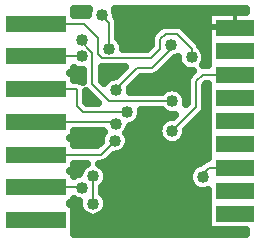
<source format=gbl>
G04 DipTrace 3.3.1.1*
G04 Bottom.gbl*
%MOIN*%
G04 #@! TF.FileFunction,Copper,L2,Bot*
G04 #@! TF.Part,Single*
G04 #@! TA.AperFunction,Conductor*
%ADD13C,0.008*%
%ADD14C,0.017*%
G04 #@! TA.AperFunction,CopperBalancing*
%ADD15C,0.025*%
%ADD16C,0.013*%
%ADD17R,0.2X0.0545*%
%ADD23R,0.125X0.055*%
G04 #@! TA.AperFunction,ViaPad*
%ADD25C,0.04*%
%FSLAX26Y26*%
G04*
G70*
G90*
G75*
G01*
G04 Bottom*
%LPD*%
X949950Y1062450D2*
D13*
Y1049950D1*
X887450Y987450D1*
X837450D1*
X761960Y911960D1*
X765818D1*
X743700Y1049949D2*
Y1137449D1*
X718700Y1162449D1*
X896527Y553629D2*
D14*
X816594Y473696D1*
X720302D1*
X1162451Y1118700D2*
Y1124950D1*
X899950D1*
X862450Y1087450D1*
X765818Y800503D2*
D13*
X759926Y806396D1*
X500095D1*
Y1024396D2*
X651838D1*
Y1024397D1*
Y586944D2*
X650386Y588396D1*
X500095D1*
X689310Y624417D2*
Y533952D1*
X762451Y743700D2*
X716146Y697396D1*
X500095D1*
X803291Y837976D2*
X656830D1*
X635838Y858968D1*
Y915396D1*
X500095D1*
X651838Y1078952D2*
X645948D1*
X687450Y1037450D1*
Y931200D1*
X743682Y874968D1*
X953452D1*
X1017787Y1021798D2*
Y1018700D1*
X500095Y1133396D2*
X660254D1*
X706200Y1087450D1*
Y1031200D1*
X718700Y1018700D1*
X881200D1*
X912450Y1049950D1*
Y1081200D1*
X931200Y1099950D1*
X968700D1*
X1017787Y1050863D1*
Y1021798D1*
X1162451Y499144D2*
X1149951D1*
X1162451Y576588D2*
X1149951D1*
X1054456Y622645D2*
Y634033D1*
X1074456Y654033D1*
X1162451D1*
X953452Y775972D2*
X1033791Y856310D1*
Y942818D1*
X1054783Y963810D1*
X1162451D1*
Y1041255D2*
Y1041256D1*
X1149951D1*
X1187451Y737449D2*
X1168423D1*
X1162451Y731477D1*
X1124951Y806200D2*
X1159729D1*
X1162451Y808922D1*
D25*
X1124951Y806200D3*
X1187451Y737449D3*
X743700Y1049949D3*
X718700Y1162449D3*
X765818Y911960D3*
X949950Y1062450D3*
X720302Y473696D3*
X896527Y553629D3*
X765818Y800503D3*
X651838Y1024397D3*
Y586944D3*
X689310Y533952D3*
Y624417D3*
X762451Y743700D3*
X803291Y837976D3*
X953452Y874968D3*
X651838Y1078952D3*
X1017787Y1021798D3*
X1149951Y499144D3*
Y576588D3*
X1054456Y622645D3*
X953452Y775972D3*
X1149951Y1041256D3*
X862450Y1087450D3*
X770168Y1156331D2*
D15*
X1070937D1*
X776699Y1131462D2*
X1070937D1*
X776699Y1106594D2*
X892198D1*
X1007685D2*
X1070937D1*
X780144Y1081725D2*
X879459D1*
X1032553D2*
X1070937D1*
X792201Y1056856D2*
X873717D1*
X1050818D2*
X1070937D1*
X952746Y1007119D2*
X971179D1*
X720432Y982250D2*
X786626D1*
X927879D2*
X990843D1*
X629107Y957381D2*
X654465D1*
X720432D2*
X753362D1*
X895045D2*
X1004479D1*
X828157Y932512D2*
X1000783D1*
X814628Y907644D2*
X917855D1*
X989025D2*
X1000783D1*
X668831Y882775D2*
X690242D1*
X852020Y833037D2*
X930845D1*
X1056165D2*
X1070937D1*
X841470Y808169D2*
X917388D1*
X1031297D2*
X1070937D1*
X811506Y783300D2*
X905044D1*
X1006429D2*
X1070937D1*
X629107Y758431D2*
X715863D1*
X809066D2*
X907879D1*
X999001D2*
X1070937D1*
X629107Y733562D2*
X706676D1*
X810322D2*
X931886D1*
X975031D2*
X1070937D1*
X795574Y708693D2*
X1070937D1*
X748207Y683825D2*
X1065411D1*
X629107Y658956D2*
X655685D1*
X722944D2*
X1022924D1*
X629107Y634087D2*
X641331D1*
X737298D2*
X1006884D1*
X735755Y609218D2*
X1007422D1*
X722298Y584350D2*
X1025579D1*
X730659Y559481D2*
X1070937D1*
X614969Y534612D2*
X640327D1*
X738303D2*
X1070937D1*
X629107Y509743D2*
X647109D1*
X731520D2*
X1070937D1*
X629107Y484875D2*
X1070937D1*
X629107Y460006D2*
X1070937D1*
X629107Y435137D2*
X1197464D1*
X612476Y533146D2*
X626595D1*
Y431214D1*
X1199970Y431200D1*
X1199951Y445147D1*
X1073451Y445143D1*
Y580182D1*
X1065311Y577430D1*
X1058104Y576288D1*
X1050808D1*
X1043601Y577430D1*
X1036661Y579684D1*
X1030160Y582997D1*
X1024257Y587286D1*
X1019097Y592446D1*
X1014808Y598349D1*
X1011496Y604850D1*
X1009241Y611790D1*
X1008099Y618997D1*
Y626293D1*
X1009241Y633500D1*
X1011496Y640440D1*
X1014808Y646941D1*
X1019097Y652844D1*
X1024257Y658004D1*
X1030160Y662293D1*
X1036661Y665605D1*
X1043601Y667860D1*
X1045881Y668592D1*
X1054648Y677226D1*
X1058520Y680039D1*
X1062784Y682212D1*
X1067336Y683691D1*
X1072072Y684440D1*
X1073451Y686663D1*
Y933314D1*
X1067393Y933310D1*
X1064291Y924445D1*
X1064197Y853917D1*
X1063448Y849190D1*
X1061969Y844638D1*
X1059796Y840374D1*
X1056983Y836502D1*
X1003392Y782778D1*
X999814Y779200D1*
X999809Y772323D1*
X998667Y765116D1*
X996412Y758177D1*
X993100Y751675D1*
X988811Y745772D1*
X983651Y740613D1*
X977748Y736324D1*
X971247Y733011D1*
X964307Y730756D1*
X957100Y729615D1*
X949804D1*
X942597Y730756D1*
X935657Y733011D1*
X929156Y736324D1*
X923253Y740613D1*
X918093Y745772D1*
X913804Y751675D1*
X910492Y758177D1*
X908237Y765116D1*
X907095Y772323D1*
Y779620D1*
X908237Y786827D1*
X910492Y793766D1*
X913804Y800268D1*
X918093Y806171D1*
X923253Y811331D1*
X929156Y815619D1*
X935657Y818932D1*
X942597Y821187D1*
X949804Y822328D1*
X956687Y822345D1*
X964034Y829687D1*
X957100Y828611D1*
X949804D1*
X942597Y829753D1*
X935657Y832007D1*
X929156Y835320D1*
X923253Y839609D1*
X918374Y844465D1*
X849352Y844468D1*
X849791Y837976D1*
X849218Y830701D1*
X847515Y823606D1*
X844722Y816865D1*
X840910Y810644D1*
X836171Y805095D1*
X830623Y800356D1*
X824401Y796544D1*
X817660Y793751D1*
X811586Y792251D1*
X810042Y786134D1*
X807250Y779393D1*
X803437Y773171D1*
X800838Y769937D1*
X803882Y764811D1*
X806675Y758069D1*
X808378Y750974D1*
X808951Y743700D1*
X808378Y736426D1*
X806675Y729331D1*
X803882Y722589D1*
X800070Y716368D1*
X795331Y710820D1*
X789783Y706081D1*
X783561Y702268D1*
X776820Y699476D1*
X769725Y697772D1*
X762451Y697200D1*
X759216Y697327D1*
X735954Y674203D1*
X732082Y671390D1*
X727818Y669217D1*
X723266Y667738D1*
X718539Y666989D1*
X708216Y666895D1*
X713606Y664064D1*
X719510Y659775D1*
X724669Y654616D1*
X728958Y648713D1*
X732271Y642211D1*
X734525Y635272D1*
X735667Y628065D1*
Y620768D1*
X734525Y613561D1*
X732271Y606622D1*
X728958Y600120D1*
X724669Y594217D1*
X719813Y589338D1*
X719810Y569047D1*
X724669Y564151D1*
X728958Y558248D1*
X732271Y551747D1*
X734525Y544807D1*
X735667Y537600D1*
Y530304D1*
X734525Y523097D1*
X732271Y516157D1*
X728958Y509656D1*
X724669Y503753D1*
X719510Y498593D1*
X713606Y494304D1*
X707105Y490992D1*
X700165Y488737D1*
X692959Y487595D1*
X685662D1*
X678455Y488737D1*
X671515Y490992D1*
X665014Y494304D1*
X659111Y498593D1*
X653951Y503753D1*
X649662Y509656D1*
X646350Y516157D1*
X644095Y523097D1*
X642954Y530304D1*
Y537600D1*
X643381Y541212D1*
X637469Y542720D1*
X630727Y545512D1*
X626605Y547922D1*
X626595Y534646D1*
X612421D1*
X612476Y642146D2*
X626595D1*
Y625962D1*
X630727Y628376D1*
X637469Y631168D1*
X643542Y632668D1*
X645086Y638786D1*
X647878Y645527D1*
X651691Y651749D1*
X656430Y657297D1*
X661978Y662036D1*
X668200Y665848D1*
X670214Y666895D1*
X626615D1*
X626595Y643645D1*
X612421D1*
X612451Y642124D1*
X612476Y751145D2*
X626595D1*
Y727928D1*
X703522Y727896D1*
X716071Y740454D1*
X716094Y747348D1*
X717235Y754555D1*
X719490Y761495D1*
X722803Y767996D1*
X727431Y774266D1*
X723180Y775896D1*
X626616D1*
X626595Y752645D1*
X612421D1*
X612476Y969145D2*
X626595D1*
Y945928D1*
X638231Y945802D1*
X642958Y945053D1*
X647510Y943574D1*
X651774Y941401D1*
X655653Y938582D1*
X656950Y940386D1*
Y978172D1*
X651838Y977897D1*
X644564Y978469D1*
X637469Y980173D1*
X630727Y982965D1*
X626605Y985375D1*
X626595Y970645D1*
X612421D1*
X626595Y1181225D2*
Y1163928D1*
X662647Y1163802D1*
X667375Y1163053D1*
X671935Y1161570D1*
X672343Y1166098D1*
X673485Y1173305D1*
X675740Y1180244D1*
X676175Y1181190D1*
X626570Y1181200D1*
X774203Y1085027D2*
X779059Y1080149D1*
X783348Y1074246D1*
X786660Y1067744D1*
X788915Y1060805D1*
X790057Y1053598D1*
X790170Y1049194D1*
X868588Y1049200D1*
X881937Y1062570D1*
X882044Y1083593D1*
X882793Y1088320D1*
X884272Y1092872D1*
X886444Y1097136D1*
X889258Y1101008D1*
X909633Y1121517D1*
X913273Y1124625D1*
X917353Y1127126D1*
X921775Y1128957D1*
X926429Y1130075D1*
X931200Y1130450D1*
X971093Y1130356D1*
X975820Y1129607D1*
X980372Y1128128D1*
X984636Y1125956D1*
X988508Y1123142D1*
X1039353Y1072430D1*
X1042462Y1068791D1*
X1044962Y1064710D1*
X1046794Y1060288D1*
X1047986Y1057157D1*
X1053145Y1051998D1*
X1057434Y1046095D1*
X1060747Y1039593D1*
X1063002Y1032654D1*
X1064143Y1025447D1*
Y1018150D1*
X1063002Y1010943D1*
X1060747Y1004004D1*
X1057434Y997502D1*
X1055291Y994321D1*
X1073478Y994310D1*
X1073451Y1172700D1*
X1199957D1*
X1199951Y1181203D1*
X761279Y1181200D1*
X763915Y1173305D1*
X765057Y1166098D1*
X765073Y1159214D1*
X768375Y1155377D1*
X770876Y1151296D1*
X772707Y1146874D1*
X773825Y1142221D1*
X774200Y1137440D1*
Y1085023D1*
X812175Y908311D2*
X811838Y905465D1*
X918331Y905468D1*
X923253Y910327D1*
X929156Y914615D1*
X935657Y917928D1*
X942597Y920183D1*
X949804Y921324D1*
X957100D1*
X964307Y920183D1*
X971247Y917928D1*
X977748Y914615D1*
X983651Y910327D1*
X988811Y905167D1*
X993100Y899264D1*
X996412Y892762D1*
X998667Y885823D1*
X999809Y878616D1*
Y871319D1*
X998720Y864378D1*
X1003290Y883869D1*
X1003384Y945211D1*
X1004133Y949938D1*
X1005612Y954490D1*
X1007785Y958754D1*
X1010598Y962626D1*
X1023464Y975626D1*
X1017787Y975298D1*
X1010512Y975871D1*
X1003417Y977574D1*
X996676Y980367D1*
X990455Y984179D1*
X984906Y988918D1*
X980167Y994466D1*
X976355Y1000688D1*
X973562Y1007429D1*
X971859Y1014524D1*
X971312Y1021157D1*
X964319Y1018226D1*
X960260Y1017126D1*
X907258Y964258D1*
X903386Y961444D1*
X899122Y959272D1*
X894570Y957793D1*
X889843Y957044D1*
X850095Y956950D1*
X811847Y918713D1*
X812318Y911960D1*
X812175Y908311D1*
X725940Y935845D2*
X730459Y942159D1*
X735619Y947319D1*
X741522Y951608D1*
X748023Y954920D1*
X754963Y957175D1*
X762170Y958316D1*
X765319Y958440D1*
X795074Y988208D1*
X718691Y988200D1*
X717950Y982332D1*
Y943828D1*
X725941Y935842D1*
X669497Y868476D2*
X707032D1*
X666333Y909183D1*
X666338Y871581D1*
X1003290Y868977D2*
Y883869D1*
X1162451Y1172664D2*
D16*
Y1118700D1*
X1073487D2*
X1162451D1*
D17*
X500095Y479396D3*
Y588396D3*
Y697396D3*
Y806396D3*
Y915396D3*
Y1024396D3*
Y1133396D3*
D23*
X1162451Y1118700D3*
Y1041255D3*
Y963810D3*
Y886367D3*
Y808922D3*
Y731477D3*
Y654033D3*
Y576588D3*
Y499144D3*
M02*

</source>
